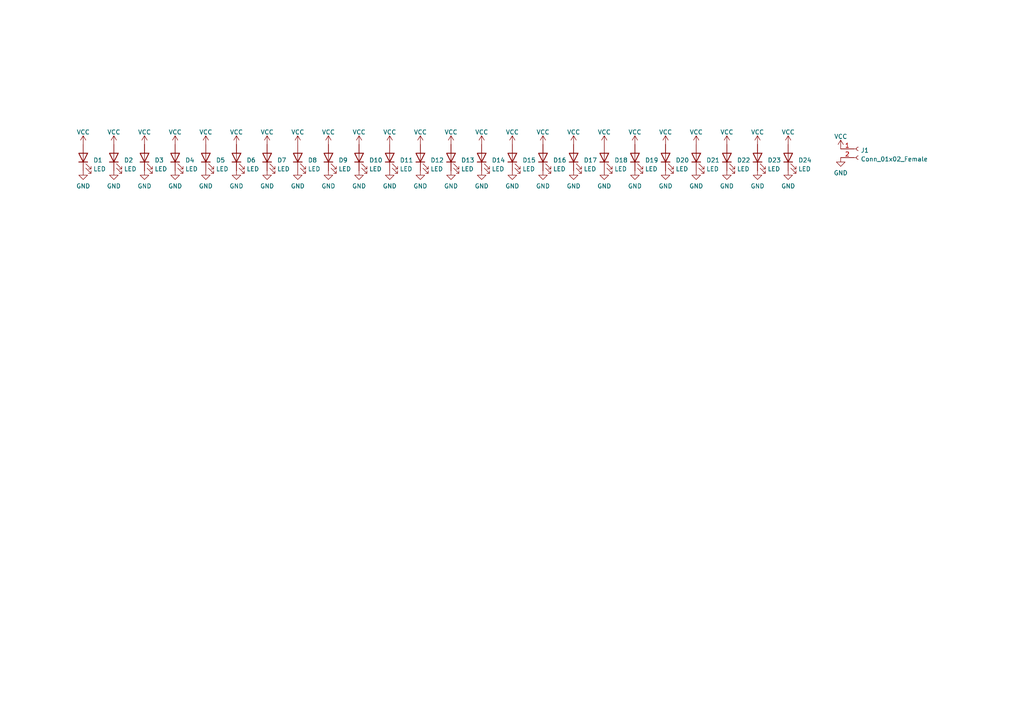
<source format=kicad_sch>
(kicad_sch (version 20211123) (generator eeschema)
  (paper "A4")
  (lib_symbols
    (symbol "Connector:Conn_01x02_Female" (pin_names (offset 1.016) hide)
      (property "Reference" "J" (at 0 2.54 0))
      (property "Value" "Conn_01x02_Female" (at 0 -5.08 0))
      (symbol "Conn_01x02_Female_1_1"
        (arc (start 0 -2.032) (mid -0.508 -2.54) (end 0 -3.048) (stroke (width 0.1524)))
        (polyline (pts (xy -1.27 -2.54) (xy -0.508 -2.54)) (stroke (width 0.1524)))
        (polyline (pts (xy -1.27 0) (xy -0.508 0)) (stroke (width 0.1524)))
        (arc (start 0 0.508) (mid -0.508 0) (end 0 -0.508) (stroke (width 0.1524)))
        (pin passive line (at -5.08 0 0) (length 3.81) (name "Pin_1") (number "1"))
        (pin passive line (at -5.08 -2.54 0) (length 3.81) (name "Pin_2") (number "2"))
      )
    )
    (symbol "Device:LED" (pin_numbers hide) (pin_names (offset 1.016) hide)
      (property "Reference" "D" (at 0 2.54 0))
      (property "Value" "LED" (at 0 -2.54 0))
      (symbol "LED_0_1"
        (polyline (pts (xy -1.27 -1.27) (xy -1.27 1.27)) (stroke (width 0.254)))
        (polyline (pts (xy -1.27 0) (xy 1.27 0)))
        (polyline (pts (xy 1.27 -1.27) (xy 1.27 1.27) (xy -1.27 0) (xy 1.27 -1.27)) (stroke (width 0.254)))
        (polyline (pts (xy -3.048 -0.762) (xy -4.572 -2.286) (xy -3.81 -2.286) (xy -4.572 -2.286) (xy -4.572 -1.524)))
        (polyline (pts (xy -1.778 -0.762) (xy -3.302 -2.286) (xy -2.54 -2.286) (xy -3.302 -2.286) (xy -3.302 -1.524)))
      )
      (symbol "LED_1_1"
        (pin passive line (at -3.81 0 0) (length 2.54) (name "K") (number "1"))
        (pin passive line (at 3.81 0 180) (length 2.54) (name "A") (number "2"))
      )
    )
    (symbol "power:GND" (power) (pin_names (offset 0))
      (property "Value" "GND" (at 0 -3.81 0))
      (symbol "GND_0_1"
        (polyline (pts (xy 0 0) (xy 0 -1.27) (xy 1.27 -1.27) (xy 0 -2.54) (xy -1.27 -1.27) (xy 0 -1.27)))
      )
      (symbol "GND_1_1"
        (pin power_in line (at 0 0 270) (length 0) hide (name "GND") (number "1"))
      )
    )
    (symbol "power:VCC" (power) (pin_names (offset 0))
      (property "Value" "VCC" (at 0 3.81 0))
      (symbol "VCC_0_1"
        (polyline (pts (xy -0.762 1.27) (xy 0 2.54)))
        (polyline (pts (xy 0 0) (xy 0 2.54)))
        (polyline (pts (xy 0 2.54) (xy 0.762 1.27)))
      )
      (symbol "VCC_1_1"
        (pin power_in line (at 0 0 90) (length 0) hide (name "VCC") (number "1"))
      )
    )
  )
  (symbol (lib_id "power:VCC") (at 24.13 41.91 0) (unit 1)
    (property "Reference" "#PWR01" (effects hide))
    (property "Value" "VCC" (at 24.13 38.3342 0))
  )
  (symbol (lib_id "Device:LED") (at 86.36 45.72 90) (unit 1)
    (property "Reference" "D8" (at 89.281 46.4728 90) (effects (justify right)))
    (property "Value" "LED" (at 89.281 49.0097 90) (effects (justify right)))
    (property "Footprint" "LED_SMD:LED_0603_1608Metric" (effects hide))
  )
  (symbol (lib_id "power:VCC") (at 243.84 43.18 0) (unit 1)
    (property "Reference" "#PWR025" (effects hide))
    (property "Value" "VCC" (at 243.84 39.6042 0))
  )
  (symbol (lib_id "power:VCC") (at 175.26 41.91 0) (unit 1)
    (property "Reference" "#PWR018" (effects hide))
    (property "Value" "VCC" (at 175.26 38.3342 0))
  )
  (symbol (lib_id "power:GND") (at 139.7 49.53 0) (unit 1)
    (property "Reference" "#PWR040" (effects hide))
    (property "Value" "GND" (at 139.7 53.9734 0))
  )
  (symbol (lib_id "power:GND") (at 50.8 49.53 0) (unit 1)
    (property "Reference" "#PWR030" (effects hide))
    (property "Value" "GND" (at 50.8 53.9734 0))
  )
  (symbol (lib_id "power:VCC") (at 210.82 41.91 0) (unit 1)
    (property "Reference" "#PWR022" (effects hide))
    (property "Value" "VCC" (at 210.82 38.3342 0))
  )
  (symbol (lib_id "power:VCC") (at 201.93 41.91 0) (unit 1)
    (property "Reference" "#PWR021" (effects hide))
    (property "Value" "VCC" (at 201.93 38.3342 0))
  )
  (symbol (lib_id "power:VCC") (at 68.58 41.91 0) (unit 1)
    (property "Reference" "#PWR06" (effects hide))
    (property "Value" "VCC" (at 68.58 38.3342 0))
  )
  (symbol (lib_id "Device:LED") (at 157.48 45.72 90) (unit 1)
    (property "Reference" "D16" (at 160.401 46.4728 90) (effects (justify right)))
    (property "Value" "LED" (at 160.401 49.0097 90) (effects (justify right)))
    (property "Footprint" "LED_SMD:LED_0603_1608Metric" (effects hide))
  )
  (symbol (lib_id "power:VCC") (at 59.69 41.91 0) (unit 1)
    (property "Reference" "#PWR05" (effects hide))
    (property "Value" "VCC" (at 59.69 38.3342 0))
  )
  (symbol (lib_id "Device:LED") (at 201.93 45.72 90) (unit 1)
    (property "Reference" "D21" (at 204.851 46.4728 90) (effects (justify right)))
    (property "Value" "LED" (at 204.851 49.0097 90) (effects (justify right)))
    (property "Footprint" "LED_SMD:LED_0603_1608Metric" (effects hide))
  )
  (symbol (lib_id "power:VCC") (at 130.81 41.91 0) (unit 1)
    (property "Reference" "#PWR013" (effects hide))
    (property "Value" "VCC" (at 130.81 38.3342 0))
  )
  (symbol (lib_id "power:GND") (at 33.02 49.53 0) (unit 1)
    (property "Reference" "#PWR028" (effects hide))
    (property "Value" "GND" (at 33.02 53.9734 0))
  )
  (symbol (lib_id "Device:LED") (at 130.81 45.72 90) (unit 1)
    (property "Reference" "D13" (at 133.731 46.4728 90) (effects (justify right)))
    (property "Value" "LED" (at 133.731 49.0097 90) (effects (justify right)))
    (property "Footprint" "LED_SMD:LED_0603_1608Metric" (effects hide))
  )
  (symbol (lib_id "Device:LED") (at 95.25 45.72 90) (unit 1)
    (property "Reference" "D9" (at 98.171 46.4728 90) (effects (justify right)))
    (property "Value" "LED" (at 98.171 49.0097 90) (effects (justify right)))
    (property "Footprint" "LED_SMD:LED_0603_1608Metric" (effects hide))
  )
  (symbol (lib_id "Device:LED") (at 77.47 45.72 90) (unit 1)
    (property "Reference" "D7" (at 80.391 46.4728 90) (effects (justify right)))
    (property "Value" "LED" (at 80.391 49.0097 90) (effects (justify right)))
    (property "Footprint" "LED_SMD:LED_0603_1608Metric" (effects hide))
  )
  (symbol (lib_id "power:VCC") (at 184.15 41.91 0) (unit 1)
    (property "Reference" "#PWR019" (effects hide))
    (property "Value" "VCC" (at 184.15 38.3342 0))
  )
  (symbol (lib_id "power:VCC") (at 77.47 41.91 0) (unit 1)
    (property "Reference" "#PWR07" (effects hide))
    (property "Value" "VCC" (at 77.47 38.3342 0))
  )
  (symbol (lib_id "Device:LED") (at 104.14 45.72 90) (unit 1)
    (property "Reference" "D10" (at 107.061 46.4728 90) (effects (justify right)))
    (property "Value" "LED" (at 107.061 49.0097 90) (effects (justify right)))
    (property "Footprint" "LED_SMD:LED_0603_1608Metric" (effects hide))
  )
  (symbol (lib_id "power:VCC") (at 41.91 41.91 0) (unit 1)
    (property "Reference" "#PWR03" (effects hide))
    (property "Value" "VCC" (at 41.91 38.3342 0))
  )
  (symbol (lib_id "power:VCC") (at 193.04 41.91 0) (unit 1)
    (property "Reference" "#PWR020" (effects hide))
    (property "Value" "VCC" (at 193.04 38.3342 0))
  )
  (symbol (lib_id "power:GND") (at 113.03 49.53 0) (unit 1)
    (property "Reference" "#PWR037" (effects hide))
    (property "Value" "GND" (at 113.03 53.9734 0))
  )
  (symbol (lib_id "Device:LED") (at 166.37 45.72 90) (unit 1)
    (property "Reference" "D17" (at 169.291 46.4728 90) (effects (justify right)))
    (property "Value" "LED" (at 169.291 49.0097 90) (effects (justify right)))
    (property "Footprint" "LED_SMD:LED_0603_1608Metric" (effects hide))
  )
  (symbol (lib_id "power:GND") (at 210.82 49.53 0) (unit 1)
    (property "Reference" "#PWR048" (effects hide))
    (property "Value" "GND" (at 210.82 53.9734 0))
  )
  (symbol (lib_id "Device:LED") (at 228.6 45.72 90) (unit 1)
    (property "Reference" "D24" (at 231.521 46.4728 90) (effects (justify right)))
    (property "Value" "LED" (at 231.521 49.0097 90) (effects (justify right)))
    (property "Footprint" "LED_SMD:LED_0603_1608Metric" (effects hide))
  )
  (symbol (lib_id "power:GND") (at 184.15 49.53 0) (unit 1)
    (property "Reference" "#PWR045" (effects hide))
    (property "Value" "GND" (at 184.15 53.9734 0))
  )
  (symbol (lib_id "power:VCC") (at 50.8 41.91 0) (unit 1)
    (property "Reference" "#PWR04" (effects hide))
    (property "Value" "VCC" (at 50.8 38.3342 0))
  )
  (symbol (lib_id "Device:LED") (at 113.03 45.72 90) (unit 1)
    (property "Reference" "D11" (at 115.951 46.4728 90) (effects (justify right)))
    (property "Value" "LED" (at 115.951 49.0097 90) (effects (justify right)))
    (property "Footprint" "LED_SMD:LED_0603_1608Metric" (effects hide))
  )
  (symbol (lib_id "Device:LED") (at 59.69 45.72 90) (unit 1)
    (property "Reference" "D5" (at 62.611 46.4728 90) (effects (justify right)))
    (property "Value" "LED" (at 62.611 49.0097 90) (effects (justify right)))
    (property "Footprint" "LED_SMD:LED_0603_1608Metric" (effects hide))
  )
  (symbol (lib_id "power:VCC") (at 148.59 41.91 0) (unit 1)
    (property "Reference" "#PWR015" (effects hide))
    (property "Value" "VCC" (at 148.59 38.3342 0))
  )
  (symbol (lib_id "power:GND") (at 59.69 49.53 0) (unit 1)
    (property "Reference" "#PWR031" (effects hide))
    (property "Value" "GND" (at 59.69 53.9734 0))
  )
  (symbol (lib_id "power:GND") (at 68.58 49.53 0) (unit 1)
    (property "Reference" "#PWR032" (effects hide))
    (property "Value" "GND" (at 68.58 53.9734 0))
  )
  (symbol (lib_id "Device:LED") (at 210.82 45.72 90) (unit 1)
    (property "Reference" "D22" (at 213.741 46.4728 90) (effects (justify right)))
    (property "Value" "LED" (at 213.741 49.0097 90) (effects (justify right)))
    (property "Footprint" "LED_SMD:LED_0603_1608Metric" (effects hide))
  )
  (symbol (lib_id "power:GND") (at 243.84 45.72 0) (unit 1)
    (property "Reference" "#PWR026" (effects hide))
    (property "Value" "GND" (at 243.84 50.1634 0))
  )
  (symbol (lib_id "Device:LED") (at 219.71 45.72 90) (unit 1)
    (property "Reference" "D23" (at 222.631 46.4728 90) (effects (justify right)))
    (property "Value" "LED" (at 222.631 49.0097 90) (effects (justify right)))
    (property "Footprint" "LED_SMD:LED_0603_1608Metric" (effects hide))
  )
  (symbol (lib_id "Device:LED") (at 184.15 45.72 90) (unit 1)
    (property "Reference" "D19" (at 187.071 46.4728 90) (effects (justify right)))
    (property "Value" "LED" (at 187.071 49.0097 90) (effects (justify right)))
    (property "Footprint" "LED_SMD:LED_0603_1608Metric" (effects hide))
  )
  (symbol (lib_id "power:GND") (at 193.04 49.53 0) (unit 1)
    (property "Reference" "#PWR046" (effects hide))
    (property "Value" "GND" (at 193.04 53.9734 0))
  )
  (symbol (lib_id "power:GND") (at 130.81 49.53 0) (unit 1)
    (property "Reference" "#PWR039" (effects hide))
    (property "Value" "GND" (at 130.81 53.9734 0))
  )
  (symbol (lib_id "power:GND") (at 166.37 49.53 0) (unit 1)
    (property "Reference" "#PWR043" (effects hide))
    (property "Value" "GND" (at 166.37 53.9734 0))
  )
  (symbol (lib_id "power:VCC") (at 33.02 41.91 0) (unit 1)
    (property "Reference" "#PWR02" (effects hide))
    (property "Value" "VCC" (at 33.02 38.3342 0))
  )
  (symbol (lib_id "power:GND") (at 219.71 49.53 0) (unit 1)
    (property "Reference" "#PWR049" (effects hide))
    (property "Value" "GND" (at 219.71 53.9734 0))
  )
  (symbol (lib_id "Device:LED") (at 121.92 45.72 90) (unit 1)
    (property "Reference" "D12" (at 124.841 46.4728 90) (effects (justify right)))
    (property "Value" "LED" (at 124.841 49.0097 90) (effects (justify right)))
    (property "Footprint" "LED_SMD:LED_0603_1608Metric" (effects hide))
  )
  (symbol (lib_id "Device:LED") (at 193.04 45.72 90) (unit 1)
    (property "Reference" "D20" (at 195.961 46.4728 90) (effects (justify right)))
    (property "Value" "LED" (at 195.961 49.0097 90) (effects (justify right)))
    (property "Footprint" "LED_SMD:LED_0603_1608Metric" (effects hide))
  )
  (symbol (lib_id "power:GND") (at 41.91 49.53 0) (unit 1)
    (property "Reference" "#PWR029" (effects hide))
    (property "Value" "GND" (at 41.91 53.9734 0))
  )
  (symbol (lib_id "power:VCC") (at 219.71 41.91 0) (unit 1)
    (property "Reference" "#PWR023" (effects hide))
    (property "Value" "VCC" (at 219.71 38.3342 0))
  )
  (symbol (lib_id "Device:LED") (at 175.26 45.72 90) (unit 1)
    (property "Reference" "D18" (at 178.181 46.4728 90) (effects (justify right)))
    (property "Value" "LED" (at 178.181 49.0097 90) (effects (justify right)))
    (property "Footprint" "LED_SMD:LED_0603_1608Metric" (effects hide))
  )
  (symbol (lib_id "power:VCC") (at 139.7 41.91 0) (unit 1)
    (property "Reference" "#PWR014" (effects hide))
    (property "Value" "VCC" (at 139.7 38.3342 0))
  )
  (symbol (lib_id "power:VCC") (at 86.36 41.91 0) (unit 1)
    (property "Reference" "#PWR08" (effects hide))
    (property "Value" "VCC" (at 86.36 38.3342 0))
  )
  (symbol (lib_id "power:GND") (at 175.26 49.53 0) (unit 1)
    (property "Reference" "#PWR044" (effects hide))
    (property "Value" "GND" (at 175.26 53.9734 0))
  )
  (symbol (lib_id "Connector:Conn_01x02_Female") (at 248.92 43.18 0) (unit 1)
    (property "Reference" "J1" (at 249.6312 43.6153 0) (effects (justify left)))
    (property "Value" "Conn_01x02_Female" (at 249.6312 46.1522 0) (effects (justify left)))
    (property "Footprint" "Connector_PinHeader_2.54mm:PinHeader_1x02_P2.54mm_Vertical" (effects hide))
  )
  (symbol (lib_id "power:GND") (at 95.25 49.53 0) (unit 1)
    (property "Reference" "#PWR035" (effects hide))
    (property "Value" "GND" (at 95.25 53.9734 0))
  )
  (symbol (lib_id "power:VCC") (at 95.25 41.91 0) (unit 1)
    (property "Reference" "#PWR09" (effects hide))
    (property "Value" "VCC" (at 95.25 38.3342 0))
  )
  (symbol (lib_id "power:GND") (at 86.36 49.53 0) (unit 1)
    (property "Reference" "#PWR034" (effects hide))
    (property "Value" "GND" (at 86.36 53.9734 0))
  )
  (symbol (lib_id "power:GND") (at 148.59 49.53 0) (unit 1)
    (property "Reference" "#PWR041" (effects hide))
    (property "Value" "GND" (at 148.59 53.9734 0))
  )
  (symbol (lib_id "power:GND") (at 77.47 49.53 0) (unit 1)
    (property "Reference" "#PWR033" (effects hide))
    (property "Value" "GND" (at 77.47 53.9734 0))
  )
  (symbol (lib_id "power:GND") (at 104.14 49.53 0) (unit 1)
    (property "Reference" "#PWR036" (effects hide))
    (property "Value" "GND" (at 104.14 53.9734 0))
  )
  (symbol (lib_id "power:VCC") (at 121.92 41.91 0) (unit 1)
    (property "Reference" "#PWR012" (effects hide))
    (property "Value" "VCC" (at 121.92 38.3342 0))
  )
  (symbol (lib_id "power:GND") (at 24.13 49.53 0) (unit 1)
    (property "Reference" "#PWR027" (effects hide))
    (property "Value" "GND" (at 24.13 53.9734 0))
  )
  (symbol (lib_id "power:VCC") (at 166.37 41.91 0) (unit 1)
    (property "Reference" "#PWR017" (effects hide))
    (property "Value" "VCC" (at 166.37 38.3342 0))
  )
  (symbol (lib_id "Device:LED") (at 24.13 45.72 90) (unit 1)
    (property "Reference" "D1" (at 27.051 46.4728 90) (effects (justify right)))
    (property "Value" "LED" (at 27.051 49.0097 90) (effects (justify right)))
    (property "Footprint" "LED_SMD:LED_0603_1608Metric" (effects hide))
  )
  (symbol (lib_id "Device:LED") (at 148.59 45.72 90) (unit 1)
    (property "Reference" "D15" (at 151.511 46.4728 90) (effects (justify right)))
    (property "Value" "LED" (at 151.511 49.0097 90) (effects (justify right)))
    (property "Footprint" "LED_SMD:LED_0603_1608Metric" (effects hide))
  )
  (symbol (lib_id "power:VCC") (at 104.14 41.91 0) (unit 1)
    (property "Reference" "#PWR010" (effects hide))
    (property "Value" "VCC" (at 104.14 38.3342 0))
  )
  (symbol (lib_id "Device:LED") (at 139.7 45.72 90) (unit 1)
    (property "Reference" "D14" (at 142.621 46.4728 90) (effects (justify right)))
    (property "Value" "LED" (at 142.621 49.0097 90) (effects (justify right)))
    (property "Footprint" "LED_SMD:LED_0603_1608Metric" (effects hide))
  )
  (symbol (lib_id "Device:LED") (at 50.8 45.72 90) (unit 1)
    (property "Reference" "D4" (at 53.721 46.4728 90) (effects (justify right)))
    (property "Value" "LED" (at 53.721 49.0097 90) (effects (justify right)))
    (property "Footprint" "LED_SMD:LED_0603_1608Metric" (effects hide))
  )
  (symbol (lib_id "Device:LED") (at 33.02 45.72 90) (unit 1)
    (property "Reference" "D2" (at 35.941 46.4728 90) (effects (justify right)))
    (property "Value" "LED" (at 35.941 49.0097 90) (effects (justify right)))
    (property "Footprint" "LED_SMD:LED_0603_1608Metric" (effects hide))
  )
  (symbol (lib_id "Device:LED") (at 68.58 45.72 90) (unit 1)
    (property "Reference" "D6" (at 71.501 46.4728 90) (effects (justify right)))
    (property "Value" "LED" (at 71.501 49.0097 90) (effects (justify right)))
    (property "Footprint" "LED_SMD:LED_0603_1608Metric" (effects hide))
  )
  (symbol (lib_id "Device:LED") (at 41.91 45.72 90) (unit 1)
    (property "Reference" "D3" (at 44.831 46.4728 90) (effects (justify right)))
    (property "Value" "LED" (at 44.831 49.0097 90) (effects (justify right)))
    (property "Footprint" "LED_SMD:LED_0603_1608Metric" (effects hide))
  )
  (symbol (lib_id "power:GND") (at 121.92 49.53 0) (unit 1)
    (property "Reference" "#PWR038" (effects hide))
    (property "Value" "GND" (at 121.92 53.9734 0))
  )
  (symbol (lib_id "power:VCC") (at 113.03 41.91 0) (unit 1)
    (property "Reference" "#PWR011" (effects hide))
    (property "Value" "VCC" (at 113.03 38.3342 0))
  )
  (symbol (lib_id "power:GND") (at 201.93 49.53 0) (unit 1)
    (property "Reference" "#PWR047" (effects hide))
    (property "Value" "GND" (at 201.93 53.9734 0))
  )
  (symbol (lib_id "power:VCC") (at 228.6 41.91 0) (unit 1)
    (property "Reference" "#PWR024" (effects hide))
    (property "Value" "VCC" (at 228.6 38.3342 0))
  )
  (symbol (lib_id "power:GND") (at 157.48 49.53 0) (unit 1)
    (property "Reference" "#PWR042" (effects hide))
    (property "Value" "GND" (at 157.48 53.9734 0))
  )
  (symbol (lib_id "power:GND") (at 228.6 49.53 0) (unit 1)
    (property "Reference" "#PWR050" (effects hide))
    (property "Value" "GND" (at 228.6 53.9734 0))
  )
  (symbol (lib_id "power:VCC") (at 157.48 41.91 0) (unit 1)
    (property "Reference" "#PWR016" (effects hide))
    (property "Value" "VCC" (at 157.48 38.3342 0))
  )
)
</source>
